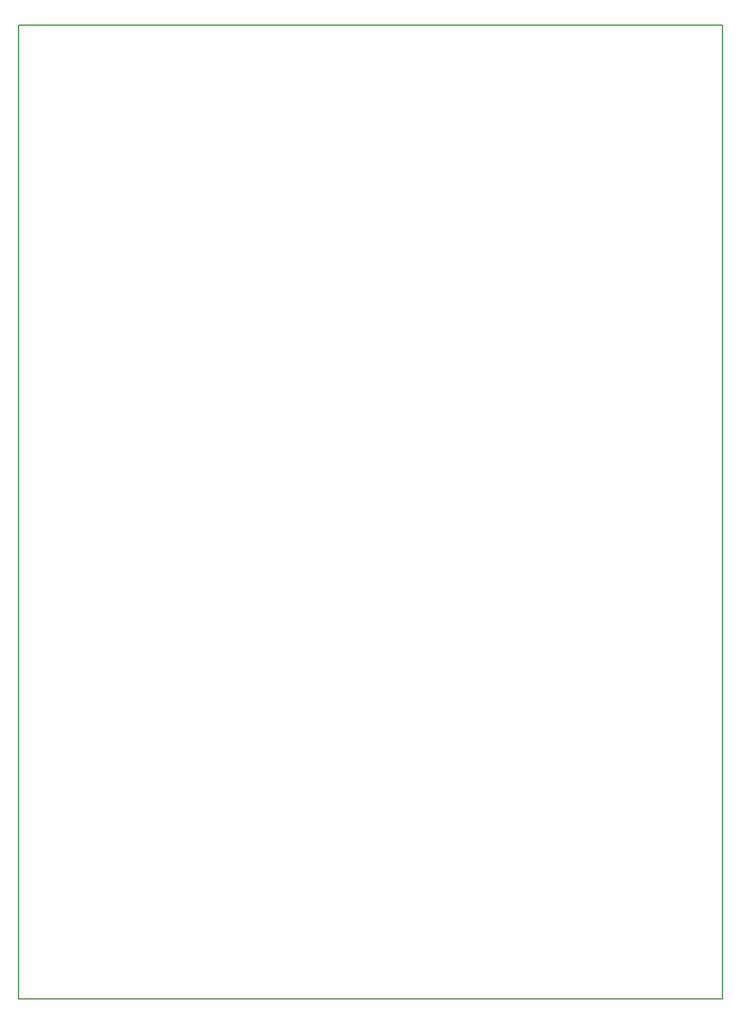
<source format=gbo>
G04 MADE WITH FRITZING*
G04 WWW.FRITZING.ORG*
G04 DOUBLE SIDED*
G04 HOLES PLATED*
G04 CONTOUR ON CENTER OF CONTOUR VECTOR*
%ASAXBY*%
%FSLAX23Y23*%
%MOIN*%
%OFA0B0*%
%SFA1.0B1.0*%
%ADD10R,3.937010X5.438720X3.921010X5.422720*%
%ADD11C,0.008000*%
%LNSILK0*%
G90*
G70*
G54D11*
X4Y5435D02*
X3933Y5435D01*
X3933Y4D01*
X4Y4D01*
X4Y5435D01*
D02*
G04 End of Silk0*
M02*
</source>
